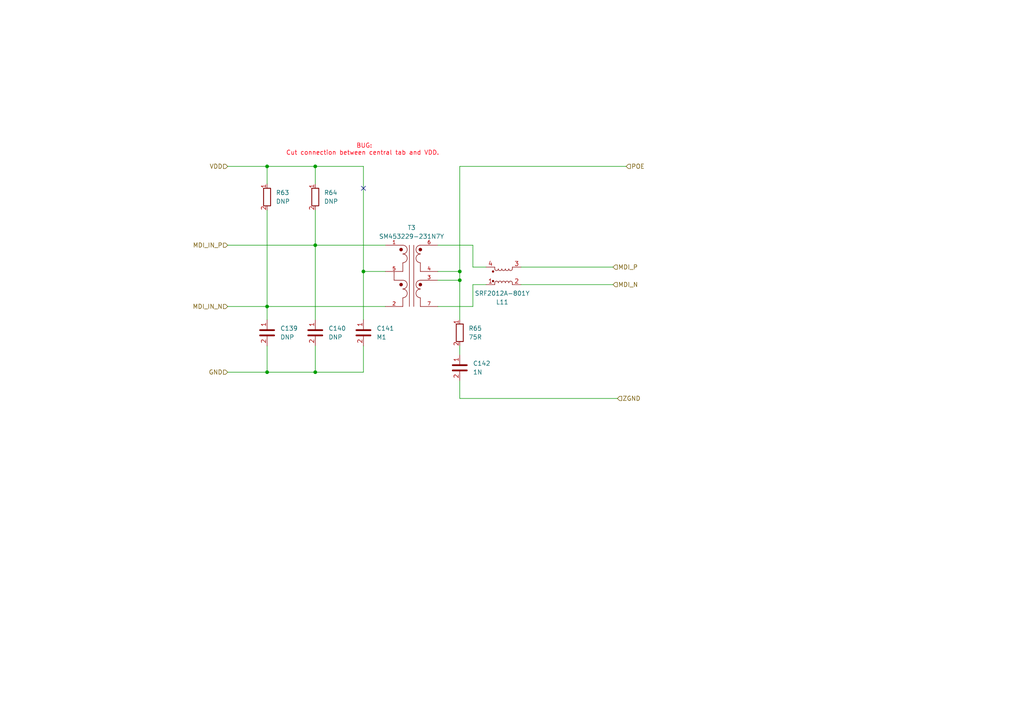
<source format=kicad_sch>
(kicad_sch (version 20250114) (generator "eeschema") (generator_version "9.0")
  (paper "A4")
  (title_block (title "TRNX SDR Carrier board") (date "2025-11-18") (rev "0.1") (company "Tronex s.r.o. / Tronex Group USA LLC"))
  (lib_symbols
    (symbol "Device:L_Coupled_1243" (pin_names (offset 0.254) (hide yes))
      (property "Reference" "L" (at 0 4.445 0))
      (property "Value" "L_Coupled_1243" (at 0 -4.445 0))
      (symbol "L_Coupled_1243_0_1"
        (circle (center -3.048 1.524) (radius 0.254) (fill (type outline)))
        (circle (center -3.048 -1.27) (radius 0.254) (fill (type outline)))
        (polyline (pts (xy -2.54 2.032) (xy -2.54 2.54)))
        (polyline (pts (xy -2.54 -2.032) (xy -2.54 -2.54)))
        (arc (start -1.524 2.032) (mid -2.032 1.5262) (end -2.54 2.032))
        (arc (start -2.54 -2.032) (mid -2.032 -1.5262) (end -1.524 -2.032))
        (arc (start -0.508 2.032) (mid -1.016 1.5262) (end -1.524 2.032))
        (arc (start -1.524 -2.032) (mid -1.016 -1.5262) (end -0.508 -2.032))
        (arc (start 0.508 2.032) (mid 0 1.5262) (end -0.508 2.032))
        (arc (start -0.508 -2.032) (mid 0 -1.5262) (end 0.508 -2.032))
        (arc (start 1.524 2.032) (mid 1.016 1.5262) (end 0.508 2.032))
        (arc (start 0.508 -2.032) (mid 1.016 -1.5262) (end 1.524 -2.032))
        (arc (start 2.54 2.032) (mid 2.032 1.5262) (end 1.524 2.032))
        (arc (start 1.524 -2.032) (mid 2.032 -1.5262) (end 2.54 -2.032))
        (polyline (pts (xy 2.54 2.54) (xy 2.54 2.032)))
        (polyline (pts (xy 2.54 -2.032) (xy 2.54 -2.54)))
      )
      (symbol "L_Coupled_1243_1_1"
        (pin passive line (at -5.08 2.54 0) (length 2.54) (name "1") (number "1"))
        (pin passive line (at -5.08 -2.54 0) (length 2.54) (name "4") (number "4"))
        (pin passive line (at 5.08 2.54 180) (length 2.54) (name "2") (number "2"))
        (pin passive line (at 5.08 -2.54 180) (length 2.54) (name "3") (number "3"))
      )
    )
    (symbol "PPA-Pasive:Cap" (pin_names (offset 1.016))
      (property "Reference" "C" (at -5.08 0 0))
      (property "Value" "Cap" (at 5.08 -2.54 0))
      (symbol "Cap_1_1"
        (polyline (pts (xy -2.032 0.762) (xy 2.032 0.762)) (stroke (width 0.508)))
        (polyline (pts (xy -2.032 -0.762) (xy 2.032 -0.762)) (stroke (width 0.508)))
        (pin passive line (at 0 3.81 270) (length 2.794) (name "~") (number "1"))
        (pin passive line (at 0 -3.81 90) (length 2.794) (name "~") (number "2"))
      )
    )
    (symbol "PPA-Pasive:Res" (pin_names (offset 1.016))
      (property "Reference" "R" (at -2.54 2.54 0))
      (property "Value" "Res" (at -1.27 -2.54 0))
      (symbol "Res_1_1"
        (rectangle (start 2.54 -1.016) (end -2.54 1.016) (stroke (width 0.254)))
        (pin passive line (at -3.81 0 0) (length 1.27) (name "~") (number "1"))
        (pin passive line (at 3.81 0 180) (length 1.27) (name "~") (number "2"))
      )
    )
    (symbol "SM453229-231N7Y:SM453229-231N7Y" (pin_names (offset 1.016))
      (property "Reference" "T" (at -5.0839 12.7079 0))
      (property "Value" "SM453229-231N7Y" (at -5.0814 -10.1627 0))
      (symbol "SM453229-231N7Y_0_0"
        (polyline (pts (xy -5.08 0) (xy -5.08 2.54)) (stroke (width 0.1524)))
        (circle (center -3.048 8.89) (radius 0.254) (stroke (width 0.508)))
        (circle (center -3.048 -1.27) (radius 0.254) (stroke (width 0.508)))
        (arc (start -2.54 10.16) (mid -1.2755 8.89) (end -2.54 7.62) (stroke (width 0.1524)))
        (arc (start -2.54 7.62) (mid -1.2755 6.35) (end -2.54 5.08) (stroke (width 0.1524)))
        (arc (start -2.54 0) (mid -1.2755 -1.27) (end -2.54 -2.54) (stroke (width 0.1524)))
        (arc (start -2.54 -2.54) (mid -1.2755 -3.81) (end -2.54 -5.08) (stroke (width 0.1524)))
        (polyline (pts (xy -2.54 5.08) (xy -2.54 2.54)) (stroke (width 0.1524)))
        (polyline (pts (xy -2.54 0) (xy -5.08 0)) (stroke (width 0.1524)))
        (polyline (pts (xy -2.54 -5.08) (xy -2.54 -7.62)) (stroke (width 0.1524)))
        (polyline (pts (xy -0.635 10.16) (xy -0.635 -7.62)) (stroke (width 0.1524)))
        (polyline (pts (xy 0.635 10.16) (xy 0.635 -7.62)) (stroke (width 0.1524)))
        (circle (center 2.54 8.89) (radius 0.254) (stroke (width 0.508)))
        (polyline (pts (xy 2.54 5.08) (xy 2.54 2.54)) (stroke (width 0.1524)))
        (polyline (pts (xy 2.54 0) (xy 5.08 0)) (stroke (width 0.1524)))
        (circle (center 2.54 -1.27) (radius 0.254) (stroke (width 0.508)))
        (polyline (pts (xy 2.54 -5.08) (xy 2.54 -7.62)) (stroke (width 0.1524)))
        (arc (start 2.54 7.62) (mid 1.2755 8.89) (end 2.54 10.16) (stroke (width 0.1524)))
        (arc (start 2.54 5.08) (mid 1.2755 6.35) (end 2.54 7.62) (stroke (width 0.1524)))
        (arc (start 2.54 -2.54) (mid 1.2755 -1.27) (end 2.54 0) (stroke (width 0.1524)))
        (arc (start 2.54 -5.08) (mid 1.2755 -3.81) (end 2.54 -2.54) (stroke (width 0.1524)))
        (pin passive line (at -7.62 10.16 0) (length 5.08) (name "~") (number "1"))
        (pin passive line (at -7.62 2.54 0) (length 5.08) (name "~") (number "5"))
        (pin passive line (at -7.62 -7.62 0) (length 5.08) (name "~") (number "2"))
        (pin passive line (at 7.62 10.16 180) (length 5.08) (name "~") (number "6"))
        (pin passive line (at 7.62 2.54 180) (length 5.08) (name "~") (number "4"))
        (pin passive line (at 7.62 0 180) (length 5.08) (name "~") (number "3"))
        (pin passive line (at 7.62 -7.62 180) (length 5.08) (name "~") (number "7"))
      )
    )
  )
  (text "BUG:\nCut connection between central tab and VDD. " (at 105.664 43.434 0) (effects (font (size 1.27 1.27))))
  (junction (at 133.35 78.74))
  (junction (at 77.47 48.26))
  (junction (at 91.44 107.95))
  (junction (at 91.44 48.26))
  (junction (at 77.47 88.9))
  (junction (at 133.35 81.28))
  (junction (at 105.41 78.74))
  (junction (at 91.44 71.12))
  (junction (at 77.47 107.95))
  (no_connect (at 105.41 54.61))
  (wire (pts (xy 77.47 60.96) (xy 77.47 88.9)))
  (wire (pts (xy 133.35 81.28) (xy 133.35 92.71)))
  (wire (pts (xy 105.41 78.74) (xy 111.76 78.74)))
  (wire (pts (xy 140.97 82.55) (xy 137.16 82.55)))
  (wire (pts (xy 133.35 78.74) (xy 133.35 81.28)))
  (wire (pts (xy 133.35 115.57) (xy 133.35 110.49)))
  (wire (pts (xy 105.41 78.74) (xy 105.41 92.71)))
  (wire (pts (xy 77.47 88.9) (xy 77.47 92.71)))
  (wire (pts (xy 133.35 78.74) (xy 133.35 48.26)))
  (wire (pts (xy 151.13 77.47) (xy 177.8 77.47)))
  (wire (pts (xy 127 78.74) (xy 133.35 78.74)))
  (wire (pts (xy 66.04 107.95) (xy 77.47 107.95)))
  (wire (pts (xy 77.47 48.26) (xy 77.47 53.34)))
  (wire (pts (xy 137.16 71.12) (xy 137.16 77.47)))
  (wire (pts (xy 127 71.12) (xy 137.16 71.12)))
  (wire (pts (xy 91.44 60.96) (xy 91.44 71.12)))
  (wire (pts (xy 77.47 88.9) (xy 111.76 88.9)))
  (wire (pts (xy 66.04 88.9) (xy 77.47 88.9)))
  (wire (pts (xy 91.44 107.95) (xy 105.41 107.95)))
  (wire (pts (xy 91.44 48.26) (xy 91.44 53.34)))
  (wire (pts (xy 105.41 48.26) (xy 105.41 78.74)))
  (wire (pts (xy 91.44 48.26) (xy 105.41 48.26)))
  (wire (pts (xy 133.35 81.28) (xy 127 81.28)))
  (wire (pts (xy 91.44 71.12) (xy 111.76 71.12)))
  (wire (pts (xy 91.44 100.33) (xy 91.44 107.95)))
  (wire (pts (xy 105.41 107.95) (xy 105.41 100.33)))
  (wire (pts (xy 77.47 100.33) (xy 77.47 107.95)))
  (wire (pts (xy 137.16 77.47) (xy 140.97 77.47)))
  (wire (pts (xy 133.35 48.26) (xy 181.61 48.26)))
  (wire (pts (xy 66.04 48.26) (xy 77.47 48.26)))
  (wire (pts (xy 137.16 88.9) (xy 127 88.9)))
  (wire (pts (xy 91.44 71.12) (xy 91.44 92.71)))
  (wire (pts (xy 133.35 100.33) (xy 133.35 102.87)))
  (wire (pts (xy 151.13 82.55) (xy 177.8 82.55)))
  (wire (pts (xy 66.04 71.12) (xy 91.44 71.12)))
  (wire (pts (xy 77.47 48.26) (xy 91.44 48.26)))
  (wire (pts (xy 77.47 107.95) (xy 91.44 107.95)))
  (wire (pts (xy 179.07 115.57) (xy 133.35 115.57)))
  (wire (pts (xy 137.16 82.55) (xy 137.16 88.9)))
  (hierarchical_label "MDI_N" (shape input) (at 177.8 82.55 0))
  (hierarchical_label "MDI_P" (shape input) (at 177.8 77.47 0))
  (hierarchical_label "POE" (shape input) (at 181.61 48.26 0))
  (hierarchical_label "ZGND" (shape input) (at 179.07 115.57 0))
  (hierarchical_label "MDI_IN_N" (shape input) (at 66.04 88.9 180))
  (hierarchical_label "GND" (shape input) (at 66.04 107.95 180))
  (hierarchical_label "VDD" (shape input) (at 66.04 48.26 180))
  (hierarchical_label "MDI_IN_P" (shape input) (at 66.04 71.12 180))
  (symbol (lib_id "Device:L_Coupled_1243") (at 146.05 80.01 0) (mirror x) (unit 1)
    (property "Reference" "L9" (at 145.669 87.63 0))
    (property "Value" "SRF2012A-801Y" (at 145.669 85.09 0))
    (property "Footprint" "foot-ppa-passive:SRF2012A-801Y" (effects (hide yes)))
    (property "Description" "Coupled inductor" (effects (hide yes)))
    (instances (project "TRX055.01.01.PB.00.00" (path "" (reference "L11") (unit 1)) (path "" (reference "L9") (unit 1)) (path "" (reference "L10") (unit 1)) (path "" (reference "L12") (unit 1))))
  )
  (symbol (lib_id "PPA-Pasive:Cap") (at 77.47 96.52 0) (unit 1)
    (property "Reference" "C131" (at 81.28 95.2499 0) (effects (justify left)))
    (property "Value" "DNP" (at 81.28 97.7899 0) (effects (justify left)))
    (property "Footprint" "Capacitor_SMD:C_0402_1005Metric" (effects (hide yes)))
    (property "Description" "capacitor" (effects (hide yes)))
    (property "Voltage" "100V" (effects (hide yes)))
    (property "Material" "X7R" (effects (hide yes)))
    (property "JLCPCB Part #" "C25744" (effects (hide yes)))
    (instances (project "TRX055.01.01.PB.00.00" (path "" (reference "C139") (unit 1)) (path "" (reference "C131") (unit 1)) (path "" (reference "C135") (unit 1)) (path "" (reference "C143") (unit 1))))
  )
  (symbol (lib_id "PPA-Pasive:Res") (at 133.35 96.52 270) (unit 1)
    (property "Reference" "R59" (at 135.89 95.2499 90) (effects (justify left)))
    (property "Value" "75R" (at 135.89 97.7899 90) (effects (justify left)))
    (property "Footprint" "Resistor_SMD:R_0402_1005Metric" (effects (hide yes)))
    (property "Power" "250mW" (effects (hide yes)))
    (property "Tolerance" "=< 5%" (effects (hide yes)))
    (property "JLCPCB Part #" "C25133" (effects (hide yes)))
    (instances (project "TRX055.01.01.PB.00.00" (path "" (reference "R65") (unit 1)) (path "" (reference "R59") (unit 1)) (path "" (reference "R62") (unit 1)) (path "" (reference "R68") (unit 1))))
  )
  (symbol (lib_id "PPA-Pasive:Cap") (at 133.35 106.68 0) (unit 1)
    (property "Reference" "C134" (at 137.16 105.4099 0) (effects (justify left)))
    (property "Value" "1N" (at 137.16 107.9499 0) (effects (justify left)))
    (property "Footprint" "Capacitor_SMD:C_0603_1608Metric" (effects (hide yes)))
    (property "Description" "capacitor" (effects (hide yes)))
    (property "Voltage" "100V" (effects (hide yes)))
    (property "Material" "X7R" (effects (hide yes)))
    (property "JLCPCB Part #" "C1588" (effects (hide yes)))
    (instances (project "TRX055.01.01.PB.00.00" (path "" (reference "C142") (unit 1)) (path "" (reference "C134") (unit 1)) (path "" (reference "C138") (unit 1)) (path "" (reference "C146") (unit 1))))
  )
  (symbol (lib_id "PPA-Pasive:Cap") (at 105.41 96.52 0) (unit 1)
    (property "Reference" "C133" (at 109.22 95.2499 0) (effects (justify left)))
    (property "Value" "M1" (at 109.22 97.7899 0) (effects (justify left)))
    (property "Footprint" "Capacitor_SMD:C_0201_0603Metric" (effects (hide yes)))
    (property "Description" "capacitor" (effects (hide yes)))
    (property "Voltage" "100V" (effects (hide yes)))
    (property "Material" "X7R" (effects (hide yes)))
    (property "JLCPCB Part #" "C1581" (effects (hide yes)))
    (instances (project "TRX055.01.01.PB.00.00" (path "" (reference "C141") (unit 1)) (path "" (reference "C133") (unit 1)) (path "" (reference "C137") (unit 1)) (path "" (reference "C145") (unit 1))))
  )
  (symbol (lib_id "SM453229-231N7Y:SM453229-231N7Y") (at 119.38 81.28 0) (unit 1)
    (property "Reference" "T1" (at 119.38 66.04 0))
    (property "Value" "SM453229-231N7Y" (at 119.38 68.58 0))
    (property "Footprint" "snapeda:XFMR_SM453229-231N7Y" (effects (hide yes)))
    (property "MF" "Bourns Inc." (effects (hide yes)))
    (property "MAXIMUM_PACKAGE_HEIGHT" "2.9mm" (effects (hide yes)))
    (property "Package" "None" (effects (hide yes)))
    (property "Price" "None" (effects (hide yes)))
    (property "Check_prices" "https://www.snapeda.com/parts/SM453229-231N7Y/Bourns/view-part/?ref=eda" (effects (hide yes)))
    (property "STANDARD" "Manufacturer Recommendations" (effects (hide yes)))
    (property "PARTREV" "04/19" (effects (hide yes)))
    (property "SnapEDA_Link" "https://www.snapeda.com/parts/SM453229-231N7Y/Bourns/view-part/?ref=snap" (effects (hide yes)))
    (property "MP" "SM453229-231N7Y" (effects (hide yes)))
    (property "Purchase-URL" "https://www.snapeda.com/api/url_track_click_mouser/?unipart_id=4449271&manufacturer=Bourns Inc.&part_name=SM453229-231N7Y&search_term=None" (effects (hide yes)))
    (property "Description_1" "\n200µH LAN 10/100/1000 Base-T, Power over Ethernet (PoE) Pulse Transformer 1:1 Surface Mount\n" (effects (hide yes)))
    (property "Availability" "In Stock" (effects (hide yes)))
    (property "MANUFACTURER" "Bourns" (effects (hide yes)))
    (property "JLCPCB Part #" "C6816858" (effects (hide yes)))
    (instances (project "TRX055.01.01.PB.00.00" (path "" (reference "T3") (unit 1)) (path "" (reference "T1") (unit 1)) (path "" (reference "T2") (unit 1)) (path "" (reference "T4") (unit 1))))
  )
  (symbol (lib_id "PPA-Pasive:Res") (at 91.44 57.15 270) (unit 1)
    (property "Reference" "R58" (at 93.98 55.8799 90) (effects (justify left)))
    (property "Value" "DNP" (at 93.98 58.4199 90) (effects (justify left)))
    (property "Footprint" "Resistor_SMD:R_0402_1005Metric" (effects (hide yes)))
    (property "Power" "250mW" (effects (hide yes)))
    (property "Tolerance" "=< 5%" (effects (hide yes)))
    (property "JLCPCB Part #" "C25120 " (effects (hide yes)))
    (instances (project "TRX055.01.01.PB.00.00" (path "" (reference "R64") (unit 1)) (path "" (reference "R58") (unit 1)) (path "" (reference "R61") (unit 1)) (path "" (reference "R67") (unit 1))))
  )
  (symbol (lib_id "PPA-Pasive:Res") (at 77.47 57.15 270) (unit 1)
    (property "Reference" "R55" (at 80.01 55.8799 90) (effects (justify left)))
    (property "Value" "DNP" (at 80.01 58.4199 90) (effects (justify left)))
    (property "Footprint" "Resistor_SMD:R_0402_1005Metric" (effects (hide yes)))
    (property "Power" "250mW" (effects (hide yes)))
    (property "Tolerance" "=< 5%" (effects (hide yes)))
    (property "JLCPCB Part #" "C25120 " (effects (hide yes)))
    (instances (project "TRX055.01.01.PB.00.00" (path "" (reference "R63") (unit 1)) (path "" (reference "R55") (unit 1)) (path "" (reference "R60") (unit 1)) (path "" (reference "R66") (unit 1))))
  )
  (symbol (lib_id "PPA-Pasive:Cap") (at 91.44 96.52 0) (unit 1)
    (property "Reference" "C132" (at 95.25 95.2499 0) (effects (justify left)))
    (property "Value" "DNP" (at 95.25 97.7899 0) (effects (justify left)))
    (property "Footprint" "Capacitor_SMD:C_0402_1005Metric" (effects (hide yes)))
    (property "Description" "capacitor" (effects (hide yes)))
    (property "Voltage" "100V" (effects (hide yes)))
    (property "Material" "X7R" (effects (hide yes)))
    (property "JLCPCB Part #" "C25744" (effects (hide yes)))
    (instances (project "TRX055.01.01.PB.00.00" (path "" (reference "C140") (unit 1)) (path "" (reference "C132") (unit 1)) (path "" (reference "C136") (unit 1)) (path "" (reference "C144") (unit 1))))
  )
)
</source>
